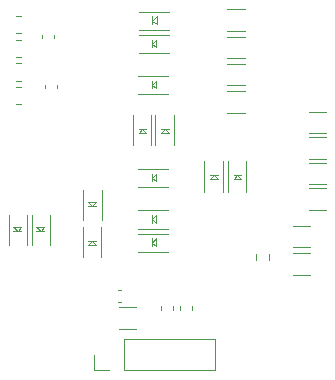
<source format=gto>
G04 #@! TF.GenerationSoftware,KiCad,Pcbnew,(6.0.5)*
G04 #@! TF.CreationDate,2022-06-06T21:17:38+08:00*
G04 #@! TF.ProjectId,SX7H02060050-1,53583748-3032-4303-9630-3035302d312e,rev?*
G04 #@! TF.SameCoordinates,PX8af34a0PY598cce0*
G04 #@! TF.FileFunction,Legend,Top*
G04 #@! TF.FilePolarity,Positive*
%FSLAX46Y46*%
G04 Gerber Fmt 4.6, Leading zero omitted, Abs format (unit mm)*
G04 Created by KiCad (PCBNEW (6.0.5)) date 2022-06-06 21:17:38*
%MOMM*%
%LPD*%
G01*
G04 APERTURE LIST*
%ADD10C,0.120000*%
%ADD11C,0.100000*%
G04 APERTURE END LIST*
D10*
G04 #@! TO.C,D207*
X-4825000Y13325000D02*
X-4825000Y10775000D01*
D11*
X-4075000Y11925000D02*
X-3775000Y12275000D01*
X-3775000Y12275000D02*
X-4425000Y12275000D01*
X-4425000Y11925000D02*
X-3775000Y11925000D01*
X-4425000Y12275000D02*
X-4075000Y11925000D01*
D10*
X-3275000Y10775000D02*
X-3275000Y13325000D01*
G04 #@! TO.C,R202*
X-6177064Y26665000D02*
X-5722936Y26665000D01*
X-6177064Y28135000D02*
X-5722936Y28135000D01*
G04 #@! TO.C,R211*
X18730064Y12387000D02*
X17275936Y12387000D01*
X18730064Y10567000D02*
X17275936Y10567000D01*
G04 #@! TO.C,R221*
X13202064Y21940000D02*
X11747936Y21940000D01*
X13202064Y23760000D02*
X11747936Y23760000D01*
G04 #@! TO.C,R203*
X-6177064Y22665000D02*
X-5722936Y22665000D01*
X-6177064Y24135000D02*
X-5722936Y24135000D01*
G04 #@! TO.C,R206*
X13202064Y26076668D02*
X11747936Y26076668D01*
X13202064Y24256668D02*
X11747936Y24256668D01*
G04 #@! TO.C,R222*
X20127064Y17721000D02*
X18672936Y17721000D01*
X20127064Y15901000D02*
X18672936Y15901000D01*
G04 #@! TO.C,C204*
X8710000Y5259420D02*
X8710000Y5540580D01*
X7690000Y5259420D02*
X7690000Y5540580D01*
G04 #@! TO.C,D213*
X7200000Y19175000D02*
X7200000Y21725000D01*
D11*
X6800000Y20225000D02*
X6450000Y20575000D01*
X6450000Y20575000D02*
X6150000Y20225000D01*
X6800000Y20575000D02*
X6150000Y20575000D01*
X6150000Y20225000D02*
X6800000Y20225000D01*
D10*
X5650000Y21725000D02*
X5650000Y19175000D01*
G04 #@! TO.C,C202*
X-2690000Y24290580D02*
X-2690000Y24009420D01*
X-3710000Y24290580D02*
X-3710000Y24009420D01*
D11*
G04 #@! TO.C,D209*
X12575000Y16675000D02*
X12275000Y16325000D01*
X12275000Y16325000D02*
X12925000Y16325000D01*
D10*
X11775000Y17825000D02*
X11775000Y15275000D01*
D11*
X12925000Y16325000D02*
X12575000Y16675000D01*
X12925000Y16675000D02*
X12275000Y16675000D01*
D10*
X13325000Y15275000D02*
X13325000Y17825000D01*
D11*
G04 #@! TO.C,D214*
X4525000Y20575000D02*
X4225000Y20225000D01*
D10*
X5275000Y19175000D02*
X5275000Y21725000D01*
D11*
X4875000Y20225000D02*
X4525000Y20575000D01*
X4225000Y20225000D02*
X4875000Y20225000D01*
X4875000Y20575000D02*
X4225000Y20575000D01*
D10*
X3725000Y21725000D02*
X3725000Y19175000D01*
G04 #@! TO.C,R205*
X18727064Y10060000D02*
X17272936Y10060000D01*
X18727064Y8240000D02*
X17272936Y8240000D01*
D11*
G04 #@! TO.C,D201*
X5350000Y24300000D02*
X5700000Y24000000D01*
X5700000Y24650000D02*
X5350000Y24300000D01*
X5350000Y24650000D02*
X5350000Y24000000D01*
D10*
X4200000Y23500000D02*
X6750000Y23500000D01*
X6750000Y25050000D02*
X4200000Y25050000D01*
D11*
X5700000Y24000000D02*
X5700000Y24650000D01*
D10*
G04 #@! TO.C,D208*
X-6775000Y13325000D02*
X-6775000Y10775000D01*
D11*
X-6025000Y11925000D02*
X-5725000Y12275000D01*
X-6375000Y12275000D02*
X-6025000Y11925000D01*
X-5725000Y12275000D02*
X-6375000Y12275000D01*
X-6375000Y11925000D02*
X-5725000Y11925000D01*
D10*
X-5225000Y10775000D02*
X-5225000Y13325000D01*
D11*
G04 #@! TO.C,D204*
X300000Y14025000D02*
X600000Y14375000D01*
X-50000Y14025000D02*
X600000Y14025000D01*
D10*
X-450000Y15425000D02*
X-450000Y12875000D01*
X1100000Y12875000D02*
X1100000Y15425000D01*
D11*
X600000Y14375000D02*
X-50000Y14375000D01*
X-50000Y14375000D02*
X300000Y14025000D01*
D10*
G04 #@! TO.C,D210*
X11350000Y15275000D02*
X11350000Y17825000D01*
X9800000Y17825000D02*
X9800000Y15275000D01*
D11*
X10950000Y16325000D02*
X10600000Y16675000D01*
X10950000Y16675000D02*
X10300000Y16675000D01*
X10300000Y16325000D02*
X10950000Y16325000D01*
X10600000Y16675000D02*
X10300000Y16325000D01*
D10*
G04 #@! TO.C,R207*
X20127064Y19880000D02*
X18672936Y19880000D01*
X20127064Y18060000D02*
X18672936Y18060000D01*
G04 #@! TO.C,R217*
X14177500Y9962258D02*
X14177500Y9487742D01*
X15222500Y9962258D02*
X15222500Y9487742D01*
G04 #@! TO.C,R224*
X20127064Y22039000D02*
X18672936Y22039000D01*
X20127064Y20219000D02*
X18672936Y20219000D01*
D11*
G04 #@! TO.C,D212*
X5725000Y28125000D02*
X5375000Y27775000D01*
D10*
X6775000Y28525000D02*
X4225000Y28525000D01*
D11*
X5375000Y28125000D02*
X5375000Y27475000D01*
X5725000Y27475000D02*
X5725000Y28125000D01*
X5375000Y27775000D02*
X5725000Y27475000D01*
D10*
X4225000Y26975000D02*
X6775000Y26975000D01*
G04 #@! TO.C,R204*
X-5722936Y30135000D02*
X-6177064Y30135000D01*
X-5722936Y28665000D02*
X-6177064Y28665000D01*
D11*
G04 #@! TO.C,D206*
X5350000Y11300000D02*
X5350000Y10650000D01*
X5350000Y10950000D02*
X5700000Y10650000D01*
X5700000Y10650000D02*
X5700000Y11300000D01*
X5700000Y11300000D02*
X5350000Y10950000D01*
D10*
X4200000Y10150000D02*
X6750000Y10150000D01*
X6750000Y11700000D02*
X4200000Y11700000D01*
G04 #@! TO.C,J201*
X10700000Y145000D02*
X10700000Y2805000D01*
X3020000Y145000D02*
X10700000Y145000D01*
X1750000Y145000D02*
X420000Y145000D01*
X420000Y145000D02*
X420000Y1475000D01*
X3020000Y145000D02*
X3020000Y2805000D01*
X3020000Y2805000D02*
X10700000Y2805000D01*
G04 #@! TO.C,R223*
X13202064Y30710000D02*
X11747936Y30710000D01*
X13202064Y28890000D02*
X11747936Y28890000D01*
D11*
G04 #@! TO.C,D202*
X5325000Y16425000D02*
X5675000Y16125000D01*
X5325000Y16775000D02*
X5325000Y16125000D01*
D10*
X4175000Y15625000D02*
X6725000Y15625000D01*
D11*
X5675000Y16125000D02*
X5675000Y16775000D01*
D10*
X6725000Y17175000D02*
X4175000Y17175000D01*
D11*
X5675000Y16775000D02*
X5325000Y16425000D01*
D10*
G04 #@! TO.C,C201*
X2740580Y6960000D02*
X2459420Y6960000D01*
X2740580Y5940000D02*
X2459420Y5940000D01*
G04 #@! TO.C,R219*
X20127064Y15562000D02*
X18672936Y15562000D01*
X20127064Y13742000D02*
X18672936Y13742000D01*
D11*
G04 #@! TO.C,D203*
X-25000Y10750000D02*
X625000Y10750000D01*
X625000Y11100000D02*
X-25000Y11100000D01*
X625000Y10750000D02*
X275000Y11100000D01*
X275000Y11100000D02*
X-25000Y10750000D01*
D10*
X-525000Y12250000D02*
X-525000Y9700000D01*
X1025000Y9700000D02*
X1025000Y12250000D01*
G04 #@! TO.C,R228*
X3977064Y3640000D02*
X2522936Y3640000D01*
X3977064Y5460000D02*
X2522936Y5460000D01*
G04 #@! TO.C,R220*
X13202064Y26573334D02*
X11747936Y26573334D01*
X13202064Y28393334D02*
X11747936Y28393334D01*
G04 #@! TO.C,C203*
X-2940000Y28540580D02*
X-2940000Y28259420D01*
X-3960000Y28540580D02*
X-3960000Y28259420D01*
D11*
G04 #@! TO.C,D211*
X5750000Y30100000D02*
X5400000Y29750000D01*
D10*
X6800000Y30500000D02*
X4250000Y30500000D01*
D11*
X5400000Y30100000D02*
X5400000Y29450000D01*
X5750000Y29450000D02*
X5750000Y30100000D01*
X5400000Y29750000D02*
X5750000Y29450000D01*
D10*
X4250000Y28950000D02*
X6800000Y28950000D01*
G04 #@! TO.C,R201*
X-6177064Y26135000D02*
X-5722936Y26135000D01*
X-6177064Y24665000D02*
X-5722936Y24665000D01*
G04 #@! TO.C,C205*
X7110000Y5259420D02*
X7110000Y5540580D01*
X6090000Y5259420D02*
X6090000Y5540580D01*
D11*
G04 #@! TO.C,D205*
X5350000Y12925000D02*
X5700000Y12625000D01*
X5350000Y13275000D02*
X5350000Y12625000D01*
D10*
X4200000Y12125000D02*
X6750000Y12125000D01*
D11*
X5700000Y13275000D02*
X5350000Y12925000D01*
X5700000Y12625000D02*
X5700000Y13275000D01*
D10*
X6750000Y13675000D02*
X4200000Y13675000D01*
G04 #@! TD*
M02*

</source>
